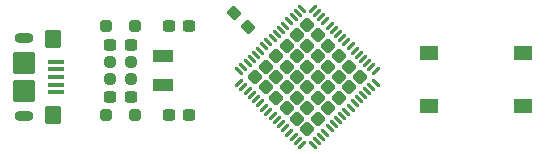
<source format=gbr>
%TF.GenerationSoftware,KiCad,Pcbnew,9.0.2*%
%TF.CreationDate,2025-06-23T15:22:55-04:00*%
%TF.ProjectId,Pro600_CPU_Upgrade,50726f36-3030-45f4-9350-555f55706772,rev?*%
%TF.SameCoordinates,Original*%
%TF.FileFunction,Paste,Top*%
%TF.FilePolarity,Positive*%
%FSLAX46Y46*%
G04 Gerber Fmt 4.6, Leading zero omitted, Abs format (unit mm)*
G04 Created by KiCad (PCBNEW 9.0.2) date 2025-06-23 15:22:55*
%MOMM*%
%LPD*%
G01*
G04 APERTURE LIST*
G04 Aperture macros list*
%AMRoundRect*
0 Rectangle with rounded corners*
0 $1 Rounding radius*
0 $2 $3 $4 $5 $6 $7 $8 $9 X,Y pos of 4 corners*
0 Add a 4 corners polygon primitive as box body*
4,1,4,$2,$3,$4,$5,$6,$7,$8,$9,$2,$3,0*
0 Add four circle primitives for the rounded corners*
1,1,$1+$1,$2,$3*
1,1,$1+$1,$4,$5*
1,1,$1+$1,$6,$7*
1,1,$1+$1,$8,$9*
0 Add four rect primitives between the rounded corners*
20,1,$1+$1,$2,$3,$4,$5,0*
20,1,$1+$1,$4,$5,$6,$7,0*
20,1,$1+$1,$6,$7,$8,$9,0*
20,1,$1+$1,$8,$9,$2,$3,0*%
%AMFreePoly0*
4,1,14,0.355806,0.106694,0.419194,0.043306,0.437500,-0.000888,0.437500,-0.062500,0.419194,-0.106694,0.375000,-0.125000,-0.375000,-0.125000,-0.419194,-0.106694,-0.437500,-0.062500,-0.437500,0.062500,-0.419194,0.106694,-0.375000,0.125000,0.311612,0.125000,0.355806,0.106694,0.355806,0.106694,$1*%
%AMFreePoly1*
4,1,14,0.419194,0.106694,0.437500,0.062500,0.437500,0.000888,0.419194,-0.043306,0.355806,-0.106694,0.311612,-0.125000,-0.375000,-0.125000,-0.419194,-0.106694,-0.437500,-0.062500,-0.437500,0.062500,-0.419194,0.106694,-0.375000,0.125000,0.375000,0.125000,0.419194,0.106694,0.419194,0.106694,$1*%
%AMFreePoly2*
4,1,14,0.106694,0.419194,0.125000,0.375000,0.125000,-0.375000,0.106694,-0.419194,0.062500,-0.437500,-0.062500,-0.437500,-0.106694,-0.419194,-0.125000,-0.375000,-0.125000,0.311612,-0.106694,0.355806,-0.043306,0.419194,0.000888,0.437500,0.062500,0.437500,0.106694,0.419194,0.106694,0.419194,$1*%
%AMFreePoly3*
4,1,14,0.043306,0.419194,0.106694,0.355806,0.125000,0.311612,0.125000,-0.375000,0.106694,-0.419194,0.062500,-0.437500,-0.062500,-0.437500,-0.106694,-0.419194,-0.125000,-0.375000,-0.125000,0.375000,-0.106694,0.419194,-0.062500,0.437500,-0.000888,0.437500,0.043306,0.419194,0.043306,0.419194,$1*%
%AMFreePoly4*
4,1,14,0.419194,0.106694,0.437500,0.062500,0.437500,-0.062500,0.419194,-0.106694,0.375000,-0.125000,-0.311612,-0.125000,-0.355806,-0.106694,-0.419194,-0.043306,-0.437500,0.000888,-0.437500,0.062500,-0.419194,0.106694,-0.375000,0.125000,0.375000,0.125000,0.419194,0.106694,0.419194,0.106694,$1*%
%AMFreePoly5*
4,1,14,0.419194,0.106694,0.437500,0.062500,0.437500,-0.062500,0.419194,-0.106694,0.375000,-0.125000,-0.375000,-0.125000,-0.419194,-0.106694,-0.437500,-0.062500,-0.437500,-0.000888,-0.419194,0.043306,-0.355806,0.106694,-0.311612,0.125000,0.375000,0.125000,0.419194,0.106694,0.419194,0.106694,$1*%
%AMFreePoly6*
4,1,14,0.106694,0.419194,0.125000,0.375000,0.125000,-0.311612,0.106694,-0.355806,0.043306,-0.419194,-0.000888,-0.437500,-0.062500,-0.437500,-0.106694,-0.419194,-0.125000,-0.375000,-0.125000,0.375000,-0.106694,0.419194,-0.062500,0.437500,0.062500,0.437500,0.106694,0.419194,0.106694,0.419194,$1*%
%AMFreePoly7*
4,1,14,0.106694,0.419194,0.125000,0.375000,0.125000,-0.375000,0.106694,-0.419194,0.062500,-0.437500,0.000888,-0.437500,-0.043306,-0.419194,-0.106694,-0.355806,-0.125000,-0.311612,-0.125000,0.375000,-0.106694,0.419194,-0.062500,0.437500,0.062500,0.437500,0.106694,0.419194,0.106694,0.419194,$1*%
G04 Aperture macros list end*
%ADD10O,1.600000X0.900000*%
%ADD11RoundRect,0.250000X-0.450000X0.550000X-0.450000X-0.550000X0.450000X-0.550000X0.450000X0.550000X0*%
%ADD12RoundRect,0.250000X-0.700000X0.700000X-0.700000X-0.700000X0.700000X-0.700000X0.700000X0.700000X0*%
%ADD13RoundRect,0.100000X-0.575000X0.100000X-0.575000X-0.100000X0.575000X-0.100000X0.575000X0.100000X0*%
%ADD14RoundRect,0.237500X-0.250000X-0.237500X0.250000X-0.237500X0.250000X0.237500X-0.250000X0.237500X0*%
%ADD15R,1.800000X1.000000*%
%ADD16R,1.550000X1.300000*%
%ADD17RoundRect,0.250000X0.250000X0.250000X-0.250000X0.250000X-0.250000X-0.250000X0.250000X-0.250000X0*%
%ADD18RoundRect,0.250000X-0.360624X0.000000X0.000000X-0.360624X0.360624X0.000000X0.000000X0.360624X0*%
%ADD19FreePoly0,315.000000*%
%ADD20RoundRect,0.062500X-0.309359X0.220971X0.220971X-0.309359X0.309359X-0.220971X-0.220971X0.309359X0*%
%ADD21FreePoly1,315.000000*%
%ADD22FreePoly2,315.000000*%
%ADD23RoundRect,0.062500X-0.309359X-0.220971X-0.220971X-0.309359X0.309359X0.220971X0.220971X0.309359X0*%
%ADD24FreePoly3,315.000000*%
%ADD25FreePoly4,315.000000*%
%ADD26FreePoly5,315.000000*%
%ADD27FreePoly6,315.000000*%
%ADD28FreePoly7,315.000000*%
%ADD29RoundRect,0.237500X-0.380070X0.044194X0.044194X-0.380070X0.380070X-0.044194X-0.044194X0.380070X0*%
%ADD30RoundRect,0.237500X0.300000X0.237500X-0.300000X0.237500X-0.300000X-0.237500X0.300000X-0.237500X0*%
%ADD31RoundRect,0.237500X-0.300000X-0.237500X0.300000X-0.237500X0.300000X0.237500X-0.300000X0.237500X0*%
G04 APERTURE END LIST*
D10*
%TO.C,J5*%
X52250000Y-37599999D03*
D11*
X54700000Y-37500000D03*
D12*
X52250000Y-35500000D03*
X52250000Y-33100000D03*
D11*
X54700000Y-31100000D03*
D10*
X52250000Y-31000001D03*
D13*
X54925000Y-35600000D03*
X54925000Y-34950000D03*
X54925001Y-34300000D03*
X54925000Y-33650000D03*
X54925000Y-33000000D03*
%TD*%
D14*
%TO.C,R3*%
X59484500Y-34500000D03*
X61309500Y-34500000D03*
%TD*%
D15*
%TO.C,Y1*%
X64000000Y-34999999D03*
X64000000Y-32500001D03*
%TD*%
D16*
%TO.C,SW1*%
X86525000Y-32250000D03*
X94475000Y-32250000D03*
X86525000Y-36750000D03*
X94475000Y-36750000D03*
%TD*%
D17*
%TO.C,D2*%
X61647000Y-37500000D03*
X59147000Y-37500000D03*
%TD*%
D18*
%TO.C,U1*%
X76230000Y-29880583D03*
X75346117Y-30764466D03*
X74462233Y-31648350D03*
X73578350Y-32532233D03*
X72694466Y-33416117D03*
X71810583Y-34300000D03*
X77113883Y-30764466D03*
X76230000Y-31648350D03*
X75346117Y-32532233D03*
X74462233Y-33416117D03*
X73578350Y-34300000D03*
X72694466Y-35183883D03*
X77997767Y-31648350D03*
X77113883Y-32532233D03*
X76230000Y-33416117D03*
X75346117Y-34300000D03*
X74462233Y-35183883D03*
X73578350Y-36067767D03*
X78881650Y-32532233D03*
X77997767Y-33416117D03*
X77113883Y-34300000D03*
X76230000Y-35183883D03*
X75346117Y-36067767D03*
X74462233Y-36951650D03*
X79765534Y-33416117D03*
X78881650Y-34300000D03*
X77997767Y-35183883D03*
X77113883Y-36067767D03*
X76230000Y-36951650D03*
X75346117Y-37835534D03*
X80649417Y-34300000D03*
X79765534Y-35183883D03*
X78881650Y-36067767D03*
X77997767Y-36951650D03*
X77113883Y-37835534D03*
X76230000Y-38719417D03*
D19*
X75761542Y-28528241D03*
D20*
X75407988Y-28881794D03*
X75054435Y-29235348D03*
X74700882Y-29588901D03*
X74347328Y-29942454D03*
X73993775Y-30296008D03*
X73640221Y-30649561D03*
X73286668Y-31003115D03*
X72933115Y-31356668D03*
X72579561Y-31710221D03*
X72226008Y-32063775D03*
X71872454Y-32417328D03*
X71518901Y-32770882D03*
X71165348Y-33124435D03*
X70811794Y-33477988D03*
D21*
X70458241Y-33831542D03*
D22*
X70458241Y-34768458D03*
D23*
X70811794Y-35122012D03*
X71165348Y-35475565D03*
X71518901Y-35829118D03*
X71872454Y-36182672D03*
X72226008Y-36536225D03*
X72579561Y-36889779D03*
X72933115Y-37243332D03*
X73286668Y-37596885D03*
X73640221Y-37950439D03*
X73993775Y-38303992D03*
X74347328Y-38657546D03*
X74700882Y-39011099D03*
X75054435Y-39364652D03*
X75407988Y-39718206D03*
D24*
X75761542Y-40071759D03*
D25*
X76698458Y-40071759D03*
D20*
X77052012Y-39718206D03*
X77405565Y-39364652D03*
X77759118Y-39011099D03*
X78112672Y-38657546D03*
X78466225Y-38303992D03*
X78819779Y-37950439D03*
X79173332Y-37596885D03*
X79526885Y-37243332D03*
X79880439Y-36889779D03*
X80233992Y-36536225D03*
X80587546Y-36182672D03*
X80941099Y-35829118D03*
X81294652Y-35475565D03*
X81648206Y-35122012D03*
D26*
X82001759Y-34768458D03*
D27*
X82001759Y-33831542D03*
D23*
X81648206Y-33477988D03*
X81294652Y-33124435D03*
X80941099Y-32770882D03*
X80587546Y-32417328D03*
X80233992Y-32063775D03*
X79880439Y-31710221D03*
X79526885Y-31356668D03*
X79173332Y-31003115D03*
X78819779Y-30649561D03*
X78466225Y-30296008D03*
X78112672Y-29942454D03*
X77759118Y-29588901D03*
X77405565Y-29235348D03*
X77052012Y-28881794D03*
D28*
X76698458Y-28528241D03*
%TD*%
D29*
%TO.C,C9*%
X69980240Y-28880240D03*
X71200000Y-30100000D03*
%TD*%
D30*
%TO.C,C2*%
X66225002Y-30000000D03*
X64500000Y-30000000D03*
%TD*%
D31*
%TO.C,C4*%
X59534500Y-36000000D03*
X61259500Y-36000000D03*
%TD*%
D17*
%TO.C,D1*%
X61647000Y-30000000D03*
X59147000Y-30000000D03*
%TD*%
D31*
%TO.C,C3*%
X59534500Y-31553000D03*
X61259500Y-31553000D03*
%TD*%
D14*
%TO.C,R4*%
X59484500Y-33000000D03*
X61309500Y-33000000D03*
%TD*%
D30*
%TO.C,C1*%
X66225002Y-37500000D03*
X64500000Y-37500000D03*
%TD*%
M02*

</source>
